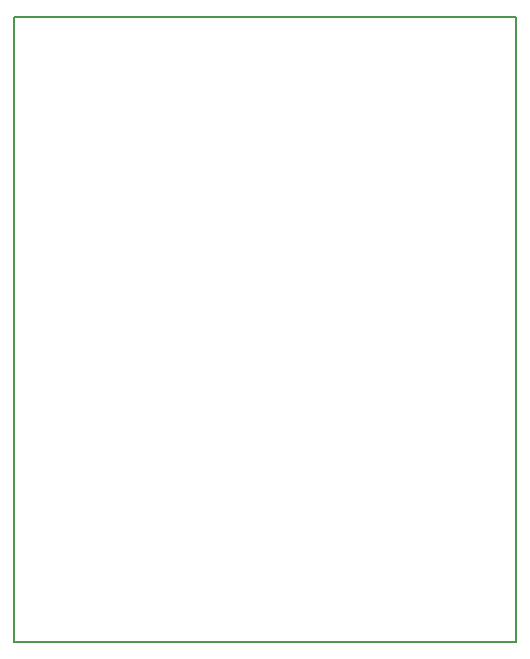
<source format=gbo>
G04 MADE WITH FRITZING*
G04 WWW.FRITZING.ORG*
G04 DOUBLE SIDED*
G04 HOLES PLATED*
G04 CONTOUR ON CENTER OF CONTOUR VECTOR*
%ASAXBY*%
%FSLAX23Y23*%
%MOIN*%
%OFA0B0*%
%SFA1.0B1.0*%
%ADD10R,1.683200X2.093300X1.667200X2.077300*%
%ADD11C,0.008000*%
%LNSILK0*%
G90*
G70*
G54D11*
X4Y2089D02*
X1679Y2089D01*
X1679Y4D01*
X4Y4D01*
X4Y2089D01*
D02*
G04 End of Silk0*
M02*
</source>
